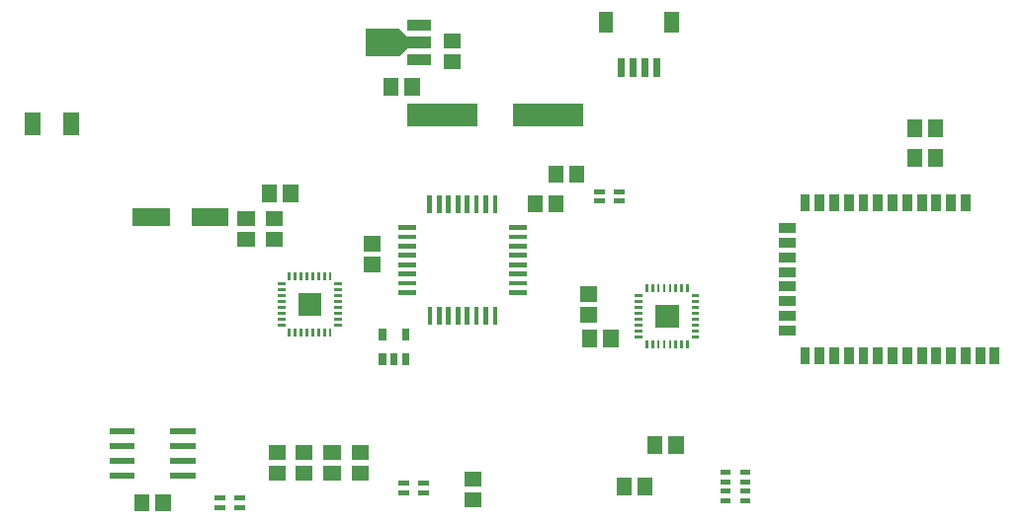
<source format=gbr>
G04 start of page 11 for group -4015 idx -4015 *
G04 Title: (unknown), toppaste *
G04 Creator: pcb 20140316 *
G04 CreationDate: Wed 29 Apr 2020 12:19:48 AM GMT UTC *
G04 For: railfan *
G04 Format: Gerber/RS-274X *
G04 PCB-Dimensions (mil): 3500.00 1750.00 *
G04 PCB-Coordinate-Origin: lower left *
%MOIN*%
%FSLAX25Y25*%
%LNTOPPASTE*%
%ADD135R,0.0945X0.0945*%
%ADD134R,0.0378X0.0378*%
%ADD133R,0.0787X0.0787*%
%ADD132R,0.0240X0.0240*%
%ADD131R,0.0157X0.0157*%
%ADD130R,0.0630X0.0630*%
%ADD129R,0.0550X0.0550*%
%ADD128R,0.0472X0.0472*%
%ADD127R,0.0236X0.0236*%
%ADD126R,0.0330X0.0330*%
%ADD125R,0.0167X0.0167*%
%ADD124C,0.0001*%
%ADD123R,0.0091X0.0091*%
%ADD122R,0.0200X0.0200*%
%ADD121R,0.0512X0.0512*%
G54D121*X189457Y109393D02*Y108607D01*
X196543Y109393D02*Y108607D01*
X56957Y8393D02*Y7607D01*
X64043Y8393D02*Y7607D01*
X130107Y25043D02*X130893D01*
X130107Y17957D02*X130893D01*
X111107Y25000D02*X111893D01*
X111107Y17914D02*X111893D01*
G54D122*X67500Y17000D02*X74000D01*
X67500Y22000D02*X74000D01*
X67500Y27000D02*X74000D01*
X67500Y32000D02*X74000D01*
X47000D02*X53500D01*
X47000Y27000D02*X53500D01*
X47000Y22000D02*X53500D01*
X47000Y17000D02*X53500D01*
G54D123*X106610Y66280D02*Y64626D01*
X108579Y66280D02*Y64626D01*
X110547Y66280D02*Y64626D01*
X112516Y66280D02*Y64626D01*
X114484Y66280D02*Y64626D01*
X116453Y66280D02*Y64626D01*
X118421Y66280D02*Y64626D01*
X120390Y66280D02*Y64626D01*
X122220Y68110D02*X123874D01*
X122220Y70079D02*X123874D01*
X122220Y72047D02*X123874D01*
X122220Y74016D02*X123874D01*
X122220Y75984D02*X123874D01*
X122220Y77953D02*X123874D01*
X122220Y79921D02*X123874D01*
X122220Y81890D02*X123874D01*
X120390Y85374D02*Y83720D01*
X118421Y85374D02*Y83720D01*
X116453Y85374D02*Y83720D01*
X114484Y85374D02*Y83720D01*
X112516Y85374D02*Y83720D01*
X110547Y85374D02*Y83720D01*
X108579Y85374D02*Y83720D01*
X106610Y85374D02*Y83720D01*
X103126Y81890D02*X104780D01*
X103126Y79921D02*X104780D01*
X103126Y77953D02*X104780D01*
X103126Y75984D02*X104780D01*
X103126Y74016D02*X104780D01*
X103126Y72047D02*X104780D01*
X103126Y70079D02*X104780D01*
X103126Y68110D02*X104780D01*
G54D124*G36*
X109563Y78937D02*Y71063D01*
X117437D01*
Y78937D01*
X109563D01*
G37*
G54D121*X102107Y25043D02*X102893D01*
X102107Y17957D02*X102893D01*
X120607Y25086D02*X121393D01*
X120607Y18000D02*X121393D01*
X203543Y119393D02*Y118607D01*
X196457Y119393D02*Y118607D01*
G54D125*X216913Y109925D02*X218783D01*
X216913Y113075D02*X218783D01*
X210217D02*X212087D01*
X210217Y109925D02*X212087D01*
G54D121*X207107Y78543D02*X207893D01*
X207107Y71457D02*X207893D01*
X207957Y63893D02*Y63107D01*
X215043Y63893D02*Y63107D01*
G54D126*X334646Y110500D02*Y108098D01*
X329724Y110500D02*Y108098D01*
X324803Y110500D02*Y108098D01*
X319882Y110500D02*Y108098D01*
X314961Y110500D02*Y108098D01*
X310039Y110500D02*Y108098D01*
X305118Y110500D02*Y108098D01*
X300197Y110500D02*Y108098D01*
X295276Y110500D02*Y108098D01*
X290354Y110500D02*Y108098D01*
X285433Y110500D02*Y108098D01*
X280512Y110500D02*Y108098D01*
X273252Y100724D02*X275650D01*
X273252Y95803D02*X275650D01*
X273252Y90882D02*X275650D01*
X273252Y85961D02*X275650D01*
X273252Y81039D02*X275650D01*
X273252Y76118D02*X275650D01*
X273252Y71197D02*X275650D01*
X273252Y66276D02*X275650D01*
X280512Y58902D02*Y56500D01*
X285433Y58902D02*Y56500D01*
X290354Y58902D02*Y56500D01*
X295276Y58902D02*Y56500D01*
X300197Y58902D02*Y56500D01*
X305118Y58902D02*Y56500D01*
X310039Y58902D02*Y56500D01*
X314961Y58902D02*Y56500D01*
X319882Y58902D02*Y56500D01*
X324803Y58902D02*Y56500D01*
X329724Y58902D02*Y56500D01*
X334646Y58902D02*Y56500D01*
X339567Y58902D02*Y56500D01*
X344488Y58902D02*Y56500D01*
G54D123*X227110Y62280D02*Y60626D01*
X229079Y62280D02*Y60626D01*
X231047Y62280D02*Y60626D01*
X233016Y62280D02*Y60626D01*
X234984Y62280D02*Y60626D01*
X236953Y62280D02*Y60626D01*
X238921Y62280D02*Y60626D01*
X240890Y62280D02*Y60626D01*
X242720Y64110D02*X244374D01*
X242720Y66079D02*X244374D01*
X242720Y68047D02*X244374D01*
X242720Y70016D02*X244374D01*
X242720Y71984D02*X244374D01*
X242720Y73953D02*X244374D01*
X242720Y75921D02*X244374D01*
X242720Y77890D02*X244374D01*
X240890Y81374D02*Y79720D01*
X238921Y81374D02*Y79720D01*
X236953Y81374D02*Y79720D01*
X234984Y81374D02*Y79720D01*
X233016Y81374D02*Y79720D01*
X231047Y81374D02*Y79720D01*
X229079Y81374D02*Y79720D01*
X227110Y81374D02*Y79720D01*
X223626Y77890D02*X225280D01*
X223626Y75921D02*X225280D01*
X223626Y73953D02*X225280D01*
X223626Y71984D02*X225280D01*
X223626Y70016D02*X225280D01*
X223626Y68047D02*X225280D01*
X223626Y66079D02*X225280D01*
X223626Y64110D02*X225280D01*
G54D124*G36*
X230063Y74937D02*Y67063D01*
X237937D01*
Y74937D01*
X230063D01*
G37*
G54D127*X230406Y156870D02*Y153130D01*
X226469Y156870D02*Y153130D01*
X222531Y156870D02*Y153130D01*
X218594Y156870D02*Y153130D01*
G54D128*X235524Y171437D02*Y169075D01*
X213476Y171437D02*Y169075D01*
G54D121*X161107Y164043D02*X161893D01*
X161107Y156957D02*X161893D01*
X226543Y13893D02*Y13107D01*
X219457Y13893D02*Y13107D01*
G54D129*X20000Y137000D02*Y135000D01*
X33000Y137000D02*Y135000D01*
G54D130*X57008Y104500D02*X63307D01*
X76693D02*X82992D01*
G54D121*X99957Y112893D02*Y112107D01*
X107043Y112893D02*Y112107D01*
X101107Y96957D02*X101893D01*
X101107Y104043D02*X101893D01*
X91607Y96957D02*X92393D01*
X91607Y104043D02*X92393D01*
G54D125*X88913Y6425D02*X90783D01*
X88913Y9575D02*X90783D01*
X82217D02*X84087D01*
X82217Y6425D02*X84087D01*
X252717Y18224D02*X254587D01*
X252717Y15075D02*X254587D01*
X252717Y11925D02*X254587D01*
X252717Y8776D02*X254587D01*
X259413D02*X261283D01*
X259413Y11925D02*X261283D01*
X259413Y15075D02*X261283D01*
X259413Y18224D02*X261283D01*
G54D121*X168107Y16043D02*X168893D01*
X168107Y8957D02*X168893D01*
G54D125*X144217Y14575D02*X146087D01*
X144217Y11425D02*X146087D01*
X150913D02*X152783D01*
X150913Y14575D02*X152783D01*
G54D131*X181566Y78977D02*X185992D01*
X181566Y82126D02*X185992D01*
X181566Y85276D02*X185992D01*
X181566Y88425D02*X185992D01*
X181566Y91575D02*X185992D01*
X181566Y94725D02*X185992D01*
X181566Y97874D02*X185992D01*
X181566Y101024D02*X185992D01*
X176023Y110992D02*Y106566D01*
X172874Y110992D02*Y106566D01*
X169724Y110992D02*Y106566D01*
X166575Y110992D02*Y106566D01*
X163425Y110992D02*Y106566D01*
X160275Y110992D02*Y106566D01*
X157126Y110992D02*Y106566D01*
X153976Y110992D02*Y106566D01*
X144008Y101023D02*X148434D01*
X144008Y97874D02*X148434D01*
X144008Y94724D02*X148434D01*
X144008Y91575D02*X148434D01*
X144008Y88425D02*X148434D01*
X144008Y85275D02*X148434D01*
X144008Y82126D02*X148434D01*
X144008Y78976D02*X148434D01*
X153977Y73434D02*Y69008D01*
X157126Y73434D02*Y69008D01*
X160276Y73434D02*Y69008D01*
X163425Y73434D02*Y69008D01*
X166575Y73434D02*Y69008D01*
X169725Y73434D02*Y69008D01*
X172874Y73434D02*Y69008D01*
X176024Y73434D02*Y69008D01*
G54D132*X145800Y65500D02*Y63900D01*
X138000Y65500D02*Y63900D01*
Y57300D02*Y55700D01*
X141900Y57300D02*Y55700D01*
X145800Y57300D02*Y55700D01*
G54D121*X134107Y95543D02*X134893D01*
X134107Y88457D02*X134893D01*
G54D133*X185843Y139000D02*X201591D01*
X150409D02*X166157D01*
G54D121*X140957Y148893D02*Y148107D01*
X148043Y148893D02*Y148107D01*
G54D134*X148390Y157594D02*X152484D01*
X140674Y163500D02*X152484D01*
G54D135*X137050D02*X138940D01*
G54D124*G36*
X142245Y160195D02*X145085Y163035D01*
X146505Y161615D01*
X143665Y158775D01*
X142245Y160195D01*
G37*
G36*
X143665Y168225D02*X146505Y165385D01*
X145085Y163965D01*
X142245Y166805D01*
X143665Y168225D01*
G37*
G54D134*X148390Y169406D02*X152484D01*
G54D121*X229957Y27893D02*Y27107D01*
X237043Y27893D02*Y27107D01*
X324543Y124893D02*Y124107D01*
X317457Y124893D02*Y124107D01*
X324543Y134893D02*Y134107D01*
X317457Y134893D02*Y134107D01*
M02*

</source>
